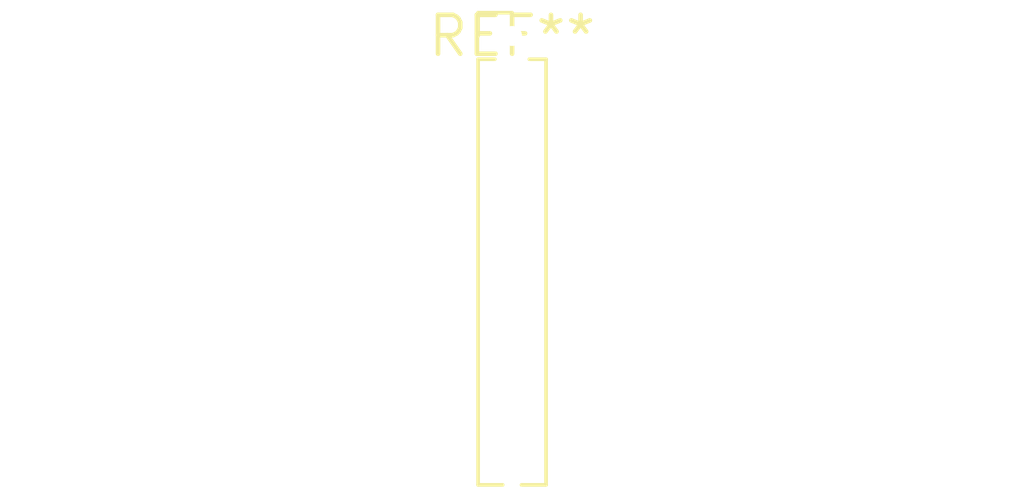
<source format=kicad_pcb>
(kicad_pcb (version 20240108) (generator pcbnew)
  (layers (0 "F.Cu" signal) (31 "B.Cu" signal) (34 "B.Paste" user) (35 "F.Paste" user) (36 "B.SilkS" user "B.Silkscreen") (37 "F.SilkS" user "F.Silkscreen") (38 "B.Mask" user) (39 "F.Mask" user) (44 "Edge.Cuts" user))
  (net 0 "")
  (footprint "PinHeader_1x12_P1.27mm_Vertical" (layer "F.Cu") (at 0 0)
    (property "Reference" "REF**")
    (property "Value" "PinHeader_1x12_P1.27mm_Vertical")
    (fp_line (start -1.11 -0.76) (end 0 -0.76) (layer "F.SilkS") (stroke (width 0.12)))
    (fp_line (start -1.11 0) (end -1.11 -0.76) (layer "F.SilkS") (stroke (width 0.12)))
    (fp_line (start -1.11 0.76) (end -1.11 14.665) (layer "F.SilkS") (stroke (width 0.12)))
    (fp_line (start -1.11 0.76) (end -0.563471 0.76) (layer "F.SilkS") (stroke (width 0.12)))
    (fp_line (start -1.11 14.665) (end -0.30753 14.665) (layer "F.SilkS") (stroke (width 0.12)))
    (fp_line (start 0.30753 14.665) (end 1.11 14.665) (layer "F.SilkS") (stroke (width 0.12)))
    (fp_line (start 0.563471 0.76) (end 1.11 0.76) (layer "F.SilkS") (stroke (width 0.12)))
    (fp_line (start 1.11 0.76) (end 1.11 14.665) (layer "F.SilkS") (stroke (width 0.12)))
    (pad "1" thru_hole rect (at 0 0) (size 1 1) (drill 0.65) (layers *.Cu *.Mask) (remove_unused_layers))
    (pad "2" thru_hole oval (at 0 1.27) (size 1 1) (drill 0.65) (layers *.Cu *.Mask) (remove_unused_layers))
    (pad "3" thru_hole oval (at 0 2.54) (size 1 1) (drill 0.65) (layers *.Cu *.Mask) (remove_unused_layers))
    (pad "4" thru_hole oval (at 0 3.81) (size 1 1) (drill 0.65) (layers *.Cu *.Mask) (remove_unused_layers))
    (pad "5" thru_hole oval (at 0 5.08) (size 1 1) (drill 0.65) (layers *.Cu *.Mask) (remove_unused_layers))
    (pad "6" thru_hole oval (at 0 6.35) (size 1 1) (drill 0.65) (layers *.Cu *.Mask) (remove_unused_layers))
    (pad "7" thru_hole oval (at 0 7.62) (size 1 1) (drill 0.65) (layers *.Cu *.Mask) (remove_unused_layers))
    (pad "8" thru_hole oval (at 0 8.89) (size 1 1) (drill 0.65) (layers *.Cu *.Mask) (remove_unused_layers))
    (pad "9" thru_hole oval (at 0 10.16) (size 1 1) (drill 0.65) (layers *.Cu *.Mask) (remove_unused_layers))
    (pad "10" thru_hole oval (at 0 11.43) (size 1 1) (drill 0.65) (layers *.Cu *.Mask) (remove_unused_layers))
    (pad "11" thru_hole oval (at 0 12.7) (size 1 1) (drill 0.65) (layers *.Cu *.Mask) (remove_unused_layers))
    (pad "12" thru_hole oval (at 0 13.97) (size 1 1) (drill 0.65) (layers *.Cu *.Mask) (remove_unused_layers))
  )
)
</source>
